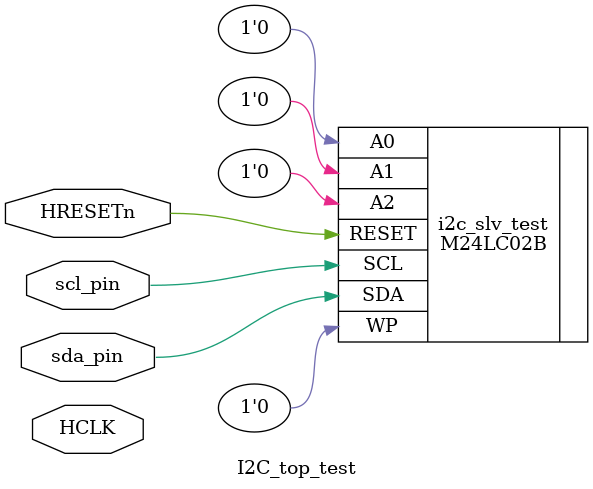
<source format=v>

module I2C_top_test
(
    input  wire           HCLK,
    input  wire           HRESETn,
    inout  wire           scl_pin,
    inout  wire           sda_pin
);

// wire sda_test;
M24LC02B i2c_slv_test(
        .A0(1'b0),
        .A1(1'b0),
        .A2(1'b0),
        .WP(1'b0),
        .SDA(sda_pin),
        .SCL(scl_pin),
        .RESET(HRESETn)
);



	 // real clockDelay50 = ((1/ (50e6))/2)*(1e9)/8;

	 // reg main_clk = 0;
	 // reg rst = 1;


	// always begin
	  // main_clk = 1'b0;
	  // #clockDelay50;
	  // main_clk = 1'b1;
	  // #clockDelay50;
	// end

	// reg enable = 0;
	// reg rw = 0;
	// reg [7:0] mosi = 0;
	// reg [7:0] reg_addr = 0;
    // reg [6:0] device_addr = 7'b001_0001;
    // reg [15:0] divider = 16'h0003;

    // wire [7:0] miso;
    // wire       busy;

	// i2c_master #(.DATA_WIDTH(8),.REG_WIDTH(8),.ADDR_WIDTH(7))
        // i2c_master_inst(
            // .i_clk(main_clk),
            // .i_rst(rst),
            // .i_enable(enable),
            // .i_rw(rw),
            // .i_mosi_data(mosi),
            // .i_reg_addr(reg_addr),
            // .i_device_addr(device_addr),
            // .i_divider(divider),
            // .o_miso_data(miso),
            // .o_busy(busy),
            // .io_sda(sda_pin),
            // .io_scl(scl_pin)
    // );

    // reg  [7:0] read_data = 0;
    // wire [7:0] data_to_write = 8'hDC;
    // reg [7:0] proc_cntr = 0;

	// always@(posedge main_clk)begin

                // if(proc_cntr < 20 && proc_cntr > 5)begin
                    // proc_cntr <= proc_cntr + 1;
                // end
			  // case (proc_cntr)

			        // 0: begin
                         // rst <= 1;
                         // proc_cntr <= proc_cntr + 1;
			        // end

			        // 1: begin
			             // rst <= 0;
                         // proc_cntr <= proc_cntr + 1;
                    // end

                    // set configration first
                    // 2: begin
                        // rw <= 0; //write operation
                        // reg_addr <= 8'h00; //writing to slave register 0
                        // mosi <= data_to_write; //data to be written
                        // device_addr = 7'b011_1100; //slave address
                        // divider = 16'h0001; //divider value for i2c serial clock
                        // proc_cntr <= proc_cntr + 1;
                    // end

                    // 3: begin
                        // if master is not busy set enable high
                        // if(busy == 0)begin
                            // enable <= 1;
                            // $display("Enabled write");
                            // proc_cntr <= proc_cntr + 1;
                        // end
                    // end

                    // 4: begin
                        // once busy set enable low
                        // if(busy == 1)begin
                            // enable <= 0;
                            // proc_cntr <= proc_cntr + 1;
                        // end
                    // end

                    // 5: begin
                        // as soon as busy is low again an operation has been completed
                        // if(busy == 0) begin
                            // proc_cntr <= proc_cntr + 1;
                            // $display("Master done writing");
                        // end
                    // end

                    // 20: begin
                        // rw <= 1; //write operation
                        // reg_addr <= 8'h00; //writing to slave register 0
                        // mosi <= data_to_write; //data to be written
                        // device_addr = 7'b011_1100; //slave address
                        // divider = 16'h0001; //divider value for i2c serial clock
                        // proc_cntr <= proc_cntr + 1;
                    // end

                    // 21: begin
                        // if(busy == 0)begin
                            // enable <= 1;
                            // $display("Enabled read");
                            // proc_cntr <= proc_cntr + 1;
                        // end
                    // end

                    // 22: begin
                        // if(busy == 1)begin
                            // enable <= 0;
                            // proc_cntr <= proc_cntr + 1;
                        // end
                    // end

                    // 23: begin
                        // if(busy == 0)begin
                            // read_data <= miso;
                            // proc_cntr <= proc_cntr + 1;
                            // $display("Master done reading");
                        // end
                    // end

                    // 24: begin
                        // if(read_data == data_to_write)begin
                            // $display("Read back correct data!");
                        // end
                        // else begin
                            // $display("Read back incorrect data!");
                        // end
                        // proc_cntr <= proc_cntr + 1;
                    // end

                    // 11: begin
                        // do nothing
                    // end


			  // endcase

	// end


endmodule
</source>
